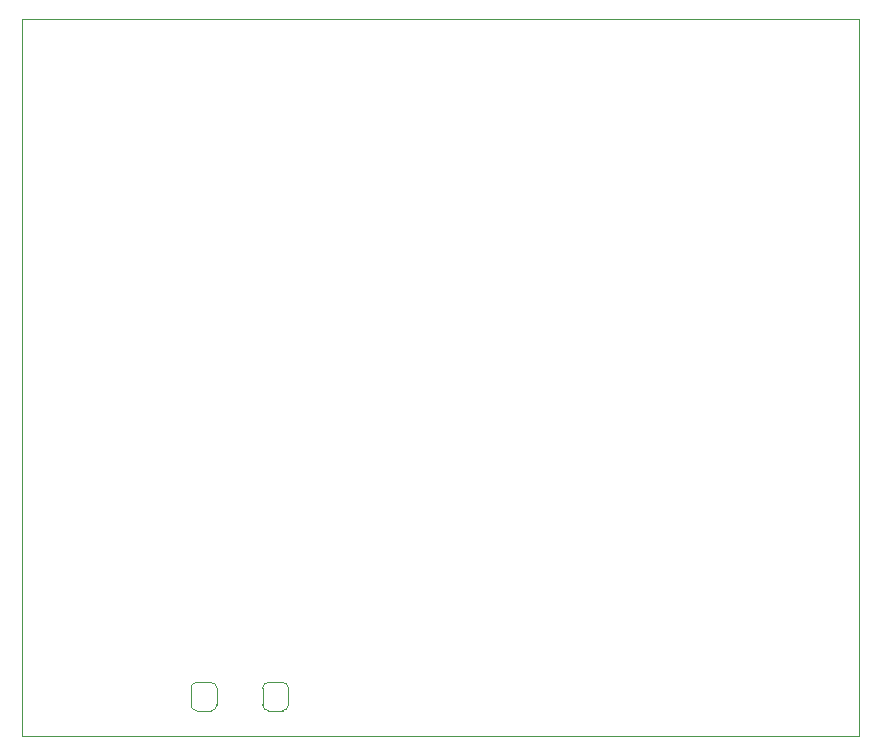
<source format=gbr>
%TF.GenerationSoftware,KiCad,Pcbnew,7.0.7-7.0.7~ubuntu23.04.1*%
%TF.CreationDate,2023-08-19T22:25:34+00:00*%
%TF.ProjectId,AMFOC01,414d464f-4330-4312-9e6b-696361645f70,rev?*%
%TF.SameCoordinates,Original*%
%TF.FileFunction,Profile,NP*%
%FSLAX46Y46*%
G04 Gerber Fmt 4.6, Leading zero omitted, Abs format (unit mm)*
G04 Created by KiCad (PCBNEW 7.0.7-7.0.7~ubuntu23.04.1) date 2023-08-19 22:25:34*
%MOMM*%
%LPD*%
G01*
G04 APERTURE LIST*
%TA.AperFunction,Profile*%
%ADD10C,0.100000*%
%TD*%
%TA.AperFunction,Profile*%
%ADD11C,0.050000*%
%TD*%
G04 APERTURE END LIST*
D10*
X0Y0D02*
X70920000Y0D01*
X70920000Y-60760000D01*
X0Y-60760000D01*
X0Y0D01*
D11*
%TO.C,D1*%
X14327500Y-58080000D02*
X14327500Y-56680000D01*
X14827500Y-56180000D02*
X16027500Y-56180000D01*
X14827500Y-58580000D02*
X16027500Y-58580000D01*
X16527500Y-58080000D02*
X16527500Y-56680000D01*
X14827500Y-56180000D02*
G75*
G03*
X14327500Y-56680000I1J-500001D01*
G01*
X14327500Y-58080000D02*
G75*
G03*
X14827500Y-58580000I500001J1D01*
G01*
X16527500Y-56680000D02*
G75*
G03*
X16027500Y-56180000I-500000J0D01*
G01*
X16027500Y-58580000D02*
G75*
G03*
X16527500Y-58080000I0J500000D01*
G01*
%TO.C,D4*%
X20400000Y-58080000D02*
X20400000Y-56680000D01*
X20900000Y-56180000D02*
X22100000Y-56180000D01*
X20900000Y-58580000D02*
X22100000Y-58580000D01*
X22600000Y-58080000D02*
X22600000Y-56680000D01*
X20900000Y-56180000D02*
G75*
G03*
X20400000Y-56680000I1J-500001D01*
G01*
X20400000Y-58080000D02*
G75*
G03*
X20900000Y-58580000I500001J1D01*
G01*
X22600000Y-56680000D02*
G75*
G03*
X22100000Y-56180000I-500000J0D01*
G01*
X22100000Y-58580000D02*
G75*
G03*
X22600000Y-58080000I0J500000D01*
G01*
%TD*%
M02*

</source>
